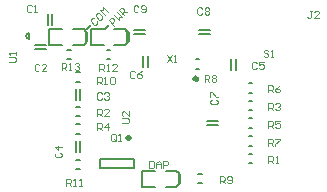
<source format=gto>
G04*
G04 #@! TF.GenerationSoftware,Altium Limited,Altium Designer,18.1.7 (191)*
G04*
G04 Layer_Color=65535*
%FSLAX43Y43*%
%MOMM*%
G71*
G01*
G75*
%ADD10C,0.400*%
%ADD11C,0.200*%
%ADD12C,0.127*%
%ADD13C,0.130*%
%ADD14C,0.150*%
%ADD15C,0.120*%
%ADD16C,0.500*%
D10*
X17450Y9550D02*
G03*
X17450Y9550I-100J0D01*
G01*
D11*
X3225Y13422D02*
G03*
X3225Y12948I0J-237D01*
G01*
Y13165D02*
Y13422D01*
Y12948D02*
Y13205D01*
D12*
X13278Y10524D02*
Y11476D01*
X12922Y10524D02*
Y11476D01*
X9798Y11194D02*
X10102D01*
X9798Y12006D02*
X10102D01*
X6448Y11194D02*
X6752D01*
X6448Y12006D02*
X6752D01*
X17548Y694D02*
X17852D01*
X17548Y1506D02*
X17852D01*
X17624Y13678D02*
X18576D01*
X17624Y13322D02*
X18576D01*
X12124D02*
X13076D01*
X12124Y13678D02*
X13076D01*
X17348Y11206D02*
X17652D01*
X17348Y10394D02*
X17652D01*
X20372Y10324D02*
Y11276D01*
X20728Y10324D02*
Y11276D01*
X21848Y9206D02*
X22152D01*
X21848Y8394D02*
X22152D01*
X21848Y7706D02*
X22152D01*
X21848Y6894D02*
X22152D01*
X21848Y4706D02*
X22152D01*
X21848Y3894D02*
X22152D01*
X21848Y3206D02*
X22152D01*
X21848Y2394D02*
X22152D01*
X18324Y5978D02*
X19276D01*
X18324Y5622D02*
X19276D01*
X21848Y6206D02*
X22152D01*
X21848Y5394D02*
X22152D01*
X3724Y12102D02*
X4676D01*
X3724Y12458D02*
X4676D01*
X4822Y14124D02*
Y15076D01*
X5178Y14124D02*
Y15076D01*
X8175Y12720D02*
Y13420D01*
X4950Y13745D02*
X6050D01*
X4950Y12395D02*
X6050D01*
X4950D02*
Y13745D01*
X6950D02*
X7850D01*
X6950Y12395D02*
X7850D01*
X8050Y12595D01*
X8025Y12570D02*
X8175Y12720D01*
X8000Y13595D02*
X8175Y13420D01*
X8050Y12595D02*
Y13545D01*
X7850Y13745D02*
X8050Y13545D01*
X7578Y7724D02*
Y8676D01*
X7222Y7724D02*
Y8676D01*
X7578Y3324D02*
Y4276D01*
X7222Y3324D02*
Y4276D01*
X7248Y5706D02*
X7552D01*
X7248Y4894D02*
X7552D01*
X7248Y1894D02*
X7552D01*
X7248Y2706D02*
X7552D01*
X12150Y2019D02*
Y2781D01*
X9250Y2019D02*
X12150D01*
X9250D02*
Y2781D01*
X12150D01*
X7248Y7206D02*
X7552D01*
X7248Y6394D02*
X7552D01*
X7248Y9294D02*
X7552D01*
X7248Y10106D02*
X7552D01*
X16025Y750D02*
Y1450D01*
X12800Y1775D02*
X13900D01*
X12800Y425D02*
X13900D01*
X12800D02*
Y1775D01*
X14800D02*
X15700D01*
X14800Y425D02*
X15700D01*
X15900Y625D01*
X15875Y600D02*
X16025Y750D01*
X15850Y1625D02*
X16025Y1450D01*
X15900Y625D02*
Y1575D01*
X15700Y1775D02*
X15900Y1575D01*
X11675Y12720D02*
Y13420D01*
X8450Y13745D02*
X9550D01*
X8450Y12395D02*
X9550D01*
X8450D02*
Y13745D01*
X10450D02*
X11350D01*
X10450Y12395D02*
X11350D01*
X11550Y12595D01*
X11525Y12570D02*
X11675Y12720D01*
X11500Y13595D02*
X11675Y13420D01*
X11550Y12595D02*
Y13545D01*
X11350Y13745D02*
X11550Y13545D01*
D13*
X9700Y13800D02*
X10000Y14100D01*
D14*
X8127Y13773D02*
X8450Y14100D01*
D15*
X8729Y14706D02*
X8588Y14706D01*
X8447Y14565D01*
Y14423D01*
X8729Y14140D01*
X8871D01*
X9012Y14282D01*
Y14423D01*
Y15130D02*
X8871Y14989D01*
Y14847D01*
X9153Y14565D01*
X9295D01*
X9436Y14706D01*
Y14847D01*
X9153Y15130D01*
X9012Y15130D01*
X9648Y14918D02*
X9224Y15342D01*
X9507D01*
X9507Y15625D01*
X9931Y15201D01*
X10400Y14070D02*
X9976Y14494D01*
X10188Y14706D01*
X10329Y14706D01*
X10471Y14565D01*
Y14423D01*
X10259Y14211D01*
X10400Y14918D02*
X10824Y14494D01*
Y14777D01*
X11107Y14777D01*
X10683Y15201D01*
X11248Y14918D02*
X10824Y15342D01*
X11036Y15554D01*
X11178Y15554D01*
X11319Y15413D01*
Y15271D01*
X11107Y15059D01*
X11248Y15201D02*
X11531Y15201D01*
X13420Y2620D02*
Y2020D01*
X13720D01*
X13820Y2120D01*
Y2520D01*
X13720Y2620D01*
X13420D01*
X14020Y2020D02*
Y2420D01*
X14220Y2620D01*
X14420Y2420D01*
Y2020D01*
Y2320D01*
X14020D01*
X14620Y2020D02*
Y2620D01*
X14920D01*
X15019Y2520D01*
Y2320D01*
X14920Y2220D01*
X14620D01*
X12190Y10125D02*
X12090Y10225D01*
X11891D01*
X11791Y10125D01*
Y9726D01*
X11891Y9626D01*
X12090D01*
X12190Y9726D01*
X12790Y10225D02*
X12590Y10125D01*
X12390Y9925D01*
Y9726D01*
X12490Y9626D01*
X12690D01*
X12790Y9726D01*
Y9825D01*
X12690Y9925D01*
X12390D01*
X11075Y5800D02*
X11575D01*
X11675Y5900D01*
Y6100D01*
X11575Y6200D01*
X11075D01*
X11675Y6800D02*
Y6400D01*
X11275Y6800D01*
X11175D01*
X11075Y6700D01*
Y6500D01*
X11175Y6400D01*
X14900Y11600D02*
X15300Y11000D01*
Y11600D02*
X14900Y11000D01*
X15500D02*
X15700D01*
X15600D01*
Y11600D01*
X15500Y11500D01*
X9200Y10200D02*
Y10800D01*
X9500D01*
X9600Y10700D01*
Y10500D01*
X9500Y10400D01*
X9200D01*
X9400D02*
X9600Y10200D01*
X9800D02*
X10000D01*
X9900D01*
Y10800D01*
X9800Y10700D01*
X10700Y10200D02*
X10300D01*
X10700Y10600D01*
Y10700D01*
X10600Y10800D01*
X10400D01*
X10300Y10700D01*
X6000Y10300D02*
Y10900D01*
X6300D01*
X6400Y10800D01*
Y10600D01*
X6300Y10500D01*
X6000D01*
X6200D02*
X6400Y10300D01*
X6600D02*
X6800D01*
X6700D01*
Y10900D01*
X6600Y10800D01*
X7100D02*
X7200Y10900D01*
X7400D01*
X7500Y10800D01*
Y10700D01*
X7400Y10600D01*
X7300D01*
X7400D01*
X7500Y10500D01*
Y10400D01*
X7400Y10300D01*
X7200D01*
X7100Y10400D01*
X19400Y700D02*
Y1300D01*
X19700D01*
X19800Y1200D01*
Y1000D01*
X19700Y900D01*
X19400D01*
X19600D02*
X19800Y700D01*
X20000Y800D02*
X20100Y700D01*
X20300D01*
X20400Y800D01*
Y1200D01*
X20300Y1300D01*
X20100D01*
X20000Y1200D01*
Y1100D01*
X20100Y1000D01*
X20400D01*
X27200Y15300D02*
X27000D01*
X27100D01*
Y14800D01*
X27000Y14700D01*
X26900D01*
X26800Y14800D01*
X27800Y14700D02*
X27400D01*
X27800Y15100D01*
Y15200D01*
X27700Y15300D01*
X27500D01*
X27400Y15200D01*
X23500Y11900D02*
X23400Y12000D01*
X23200D01*
X23100Y11900D01*
Y11800D01*
X23200Y11700D01*
X23400D01*
X23500Y11600D01*
Y11500D01*
X23400Y11400D01*
X23200D01*
X23100Y11500D01*
X23700Y11400D02*
X23900D01*
X23800D01*
Y12000D01*
X23700Y11900D01*
X17900Y15500D02*
X17800Y15600D01*
X17600D01*
X17500Y15500D01*
Y15100D01*
X17600Y15000D01*
X17800D01*
X17900Y15100D01*
X18100Y15500D02*
X18200Y15600D01*
X18400D01*
X18500Y15500D01*
Y15400D01*
X18400Y15300D01*
X18500Y15200D01*
Y15100D01*
X18400Y15000D01*
X18200D01*
X18100Y15100D01*
Y15200D01*
X18200Y15300D01*
X18100Y15400D01*
Y15500D01*
X18200Y15300D02*
X18400D01*
X12500Y15675D02*
X12400Y15775D01*
X12200D01*
X12100Y15675D01*
Y15275D01*
X12200Y15175D01*
X12400D01*
X12500Y15275D01*
X12700D02*
X12800Y15175D01*
X13000D01*
X13100Y15275D01*
Y15675D01*
X13000Y15775D01*
X12800D01*
X12700Y15675D01*
Y15575D01*
X12800Y15475D01*
X13100D01*
X18100Y9300D02*
Y9900D01*
X18400D01*
X18500Y9800D01*
Y9600D01*
X18400Y9500D01*
X18100D01*
X18300D02*
X18500Y9300D01*
X18700Y9800D02*
X18800Y9900D01*
X19000D01*
X19100Y9800D01*
Y9700D01*
X19000Y9600D01*
X19100Y9500D01*
Y9400D01*
X19000Y9300D01*
X18800D01*
X18700Y9400D01*
Y9500D01*
X18800Y9600D01*
X18700Y9700D01*
Y9800D01*
X18800Y9600D02*
X19000D01*
X22500Y10900D02*
X22400Y11000D01*
X22200D01*
X22100Y10900D01*
Y10500D01*
X22200Y10400D01*
X22400D01*
X22500Y10500D01*
X23100Y11000D02*
X22700D01*
Y10700D01*
X22900Y10800D01*
X23000D01*
X23100Y10700D01*
Y10500D01*
X23000Y10400D01*
X22800D01*
X22700Y10500D01*
X23500Y8400D02*
Y9000D01*
X23800D01*
X23900Y8900D01*
Y8700D01*
X23800Y8600D01*
X23500D01*
X23700D02*
X23900Y8400D01*
X24500Y9000D02*
X24300Y8900D01*
X24100Y8700D01*
Y8500D01*
X24200Y8400D01*
X24400D01*
X24500Y8500D01*
Y8600D01*
X24400Y8700D01*
X24100D01*
X23500Y6900D02*
Y7500D01*
X23800D01*
X23900Y7400D01*
Y7200D01*
X23800Y7100D01*
X23500D01*
X23700D02*
X23900Y6900D01*
X24100Y7400D02*
X24200Y7500D01*
X24400D01*
X24500Y7400D01*
Y7300D01*
X24400Y7200D01*
X24300D01*
X24400D01*
X24500Y7100D01*
Y7000D01*
X24400Y6900D01*
X24200D01*
X24100Y7000D01*
X23500Y3900D02*
Y4500D01*
X23800D01*
X23900Y4400D01*
Y4200D01*
X23800Y4100D01*
X23500D01*
X23700D02*
X23900Y3900D01*
X24100Y4500D02*
X24500D01*
Y4400D01*
X24100Y4000D01*
Y3900D01*
X23506Y2412D02*
Y3012D01*
X23806D01*
X23906Y2912D01*
Y2712D01*
X23806Y2612D01*
X23506D01*
X23706D02*
X23906Y2412D01*
X24106D02*
X24306D01*
X24206D01*
Y3012D01*
X24106Y2912D01*
X18700Y7800D02*
X18600Y7700D01*
Y7500D01*
X18700Y7400D01*
X19100D01*
X19200Y7500D01*
Y7700D01*
X19100Y7800D01*
X18600Y8000D02*
Y8400D01*
X18700D01*
X19100Y8000D01*
X19200D01*
X23500Y5400D02*
Y6000D01*
X23800D01*
X23900Y5900D01*
Y5700D01*
X23800Y5600D01*
X23500D01*
X23700D02*
X23900Y5400D01*
X24500Y6000D02*
X24100D01*
Y5700D01*
X24300Y5800D01*
X24400D01*
X24500Y5700D01*
Y5500D01*
X24400Y5400D01*
X24200D01*
X24100Y5500D01*
X4100Y10700D02*
X4000Y10800D01*
X3800D01*
X3700Y10700D01*
Y10300D01*
X3800Y10200D01*
X4000D01*
X4100Y10300D01*
X4700Y10200D02*
X4300D01*
X4700Y10600D01*
Y10700D01*
X4600Y10800D01*
X4400D01*
X4300Y10700D01*
X3472Y15700D02*
X3372Y15800D01*
X3172D01*
X3072Y15700D01*
Y15300D01*
X3172Y15200D01*
X3372D01*
X3472Y15300D01*
X3672Y15200D02*
X3872D01*
X3772D01*
Y15800D01*
X3672Y15700D01*
X9400Y8300D02*
X9300Y8400D01*
X9100D01*
X9000Y8300D01*
Y7900D01*
X9100Y7800D01*
X9300D01*
X9400Y7900D01*
X9600Y8300D02*
X9700Y8400D01*
X9900D01*
X10000Y8300D01*
Y8200D01*
X9900Y8100D01*
X9800D01*
X9900D01*
X10000Y8000D01*
Y7900D01*
X9900Y7800D01*
X9700D01*
X9600Y7900D01*
X5500Y3300D02*
X5400Y3200D01*
Y3000D01*
X5500Y2900D01*
X5900D01*
X6000Y3000D01*
Y3200D01*
X5900Y3300D01*
X6000Y3800D02*
X5400D01*
X5700Y3500D01*
Y3900D01*
X9000Y5200D02*
Y5800D01*
X9300D01*
X9400Y5700D01*
Y5500D01*
X9300Y5400D01*
X9000D01*
X9200D02*
X9400Y5200D01*
X9900D02*
Y5800D01*
X9600Y5500D01*
X10000D01*
X6400Y500D02*
Y1100D01*
X6700D01*
X6800Y1000D01*
Y800D01*
X6700Y700D01*
X6400D01*
X6600D02*
X6800Y500D01*
X7000D02*
X7200D01*
X7100D01*
Y1100D01*
X7000Y1000D01*
X7500Y500D02*
X7700D01*
X7600D01*
Y1100D01*
X7500Y1000D01*
X10600Y4400D02*
Y4800D01*
X10500Y4900D01*
X10300D01*
X10200Y4800D01*
Y4400D01*
X10300Y4300D01*
X10500D01*
X10400Y4500D02*
X10600Y4300D01*
X10500D02*
X10600Y4400D01*
X10800Y4300D02*
X11000D01*
X10900D01*
Y4900D01*
X10800Y4800D01*
X9000Y6400D02*
Y7000D01*
X9300D01*
X9400Y6900D01*
Y6700D01*
X9300Y6600D01*
X9000D01*
X9200D02*
X9400Y6400D01*
X10000D02*
X9600D01*
X10000Y6800D01*
Y6900D01*
X9900Y7000D01*
X9700D01*
X9600Y6900D01*
X1500Y11000D02*
X2000D01*
X2100Y11100D01*
Y11300D01*
X2000Y11400D01*
X1500D01*
X2100Y11600D02*
Y11800D01*
Y11700D01*
X1500D01*
X1600Y11600D01*
X9000Y9100D02*
Y9700D01*
X9300D01*
X9400Y9600D01*
Y9400D01*
X9300Y9300D01*
X9000D01*
X9200D02*
X9400Y9100D01*
X9600D02*
X9800D01*
X9700D01*
Y9700D01*
X9600Y9600D01*
X10100D02*
X10200Y9700D01*
X10400D01*
X10500Y9600D01*
Y9200D01*
X10400Y9100D01*
X10200D01*
X10100Y9200D01*
Y9600D01*
D16*
X11660Y4520D02*
X11655Y4525D01*
X11650Y4520D01*
X11655Y4515D01*
X11660Y4520D01*
M02*

</source>
